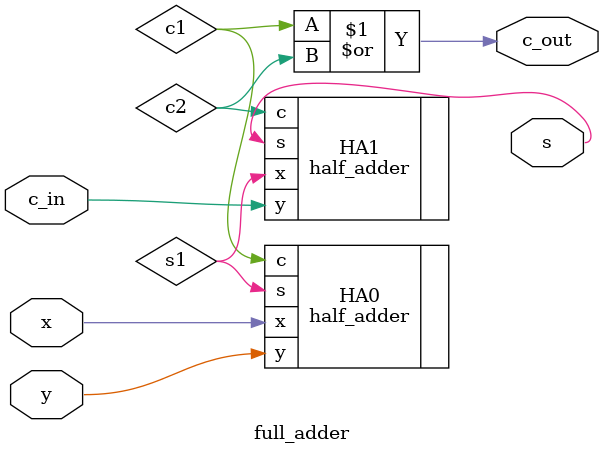
<source format=v>
`timescale 1ns / 1ps


`timescale 1ns / 1ps
//////////////////////////////////////////////////////////////////////////////////
// Company: 
// Engineer: 
// 
// Create Date: 04/14/2023 10:46:50 AM
// Design Name: 
// Module Name: full_adder
// Project Name: 
// Target Devices: 
// Tool Versions: 
// Description: 
// 
// Dependencies: 
// 
// Revision:
// Revision 0.01 - File Created
// Additional Comments:
// 
//////////////////////////////////////////////////////////////////////////////////

//Full adder. Makes use of 2 half adders.
module full_adder(
    input x,y,c_in,
    output s,c_out
    );
    wire c1,s1,c2;
    half_adder HA0 (
    .x(x),
    .y(y),
    .c(c1),
    .s(s1)
    );
    half_adder HA1(
    .x(s1),
    .y(c_in),
    .c(c2),
    .s(s)
    );
    assign c_out = c1|c2;
endmodule
    


</source>
